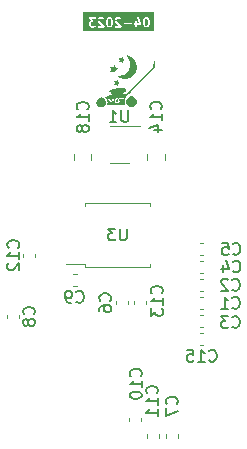
<source format=gbo>
%TF.GenerationSoftware,KiCad,Pcbnew,7.0.2-6a45011f42~172~ubuntu22.04.1*%
%TF.CreationDate,2023-05-03T21:07:20-04:00*%
%TF.ProjectId,RP2040_DevBoard_v2,52503230-3430-45f4-9465-76426f617264,-*%
%TF.SameCoordinates,Original*%
%TF.FileFunction,Legend,Bot*%
%TF.FilePolarity,Positive*%
%FSLAX46Y46*%
G04 Gerber Fmt 4.6, Leading zero omitted, Abs format (unit mm)*
G04 Created by KiCad (PCBNEW 7.0.2-6a45011f42~172~ubuntu22.04.1) date 2023-05-03 21:07:20*
%MOMM*%
%LPD*%
G01*
G04 APERTURE LIST*
%ADD10C,0.127000*%
%ADD11C,0.150000*%
%ADD12C,0.120000*%
G04 APERTURE END LIST*
D10*
G36*
X167021814Y-90292219D02*
G01*
X167043527Y-90313932D01*
X167072086Y-90371050D01*
X167104786Y-90501846D01*
X167104786Y-90667642D01*
X167072086Y-90798438D01*
X167043525Y-90855560D01*
X167021814Y-90877271D01*
X166971867Y-90902245D01*
X166929276Y-90902245D01*
X166879328Y-90877271D01*
X166857616Y-90855560D01*
X166829055Y-90798437D01*
X166796357Y-90667643D01*
X166796357Y-90501848D01*
X166829056Y-90371050D01*
X166857615Y-90313932D01*
X166879329Y-90292218D01*
X166929277Y-90267245D01*
X166971866Y-90267245D01*
X167021814Y-90292219D01*
G37*
G36*
X170142385Y-90292219D02*
G01*
X170164098Y-90313932D01*
X170192657Y-90371050D01*
X170225357Y-90501846D01*
X170225357Y-90667642D01*
X170192657Y-90798438D01*
X170164096Y-90855560D01*
X170142385Y-90877271D01*
X170092438Y-90902245D01*
X170049847Y-90902245D01*
X169999899Y-90877271D01*
X169978187Y-90855560D01*
X169949626Y-90798437D01*
X169916928Y-90667643D01*
X169916928Y-90501848D01*
X169949627Y-90371050D01*
X169978186Y-90313932D01*
X169999900Y-90292218D01*
X170049848Y-90267245D01*
X170092437Y-90267245D01*
X170142385Y-90292219D01*
G37*
G36*
X170733357Y-91358357D02*
G01*
X164671830Y-91358357D01*
X164671830Y-90646278D01*
X165215630Y-90646278D01*
X165217929Y-90651821D01*
X165217929Y-90817189D01*
X165216295Y-90832323D01*
X165222096Y-90843926D01*
X165225754Y-90856382D01*
X165230289Y-90860311D01*
X165257359Y-90914453D01*
X165259630Y-90924891D01*
X165271990Y-90937251D01*
X165283919Y-90950075D01*
X165285120Y-90950382D01*
X165303472Y-90968734D01*
X165308927Y-90977918D01*
X165324563Y-90985736D01*
X165339933Y-90994128D01*
X165341170Y-90994039D01*
X165395117Y-91021012D01*
X165407927Y-91029245D01*
X165420901Y-91029245D01*
X165433677Y-91031544D01*
X165439220Y-91029245D01*
X165640867Y-91029245D01*
X165656007Y-91030880D01*
X165667615Y-91025075D01*
X165680066Y-91021420D01*
X165683994Y-91016886D01*
X165738136Y-90989816D01*
X165748576Y-90987545D01*
X165760940Y-90975180D01*
X165773759Y-90963256D01*
X165774066Y-90962053D01*
X165804501Y-90931618D01*
X165817811Y-90907241D01*
X165815151Y-90870046D01*
X165792802Y-90840193D01*
X165757863Y-90827162D01*
X165721425Y-90835089D01*
X165679243Y-90877271D01*
X165629296Y-90902245D01*
X165441563Y-90902245D01*
X165391614Y-90877271D01*
X165369901Y-90855558D01*
X165344929Y-90805611D01*
X165344929Y-90654165D01*
X165369903Y-90604216D01*
X165391616Y-90582503D01*
X165441561Y-90557531D01*
X165516949Y-90557531D01*
X165517091Y-90557621D01*
X165535736Y-90557531D01*
X165544560Y-90557531D01*
X165544707Y-90557487D01*
X165554381Y-90557441D01*
X165562230Y-90552342D01*
X165571209Y-90549706D01*
X165577542Y-90542396D01*
X165585654Y-90537128D01*
X165589500Y-90528596D01*
X165595629Y-90521524D01*
X165597005Y-90511950D01*
X165600981Y-90503133D01*
X165599604Y-90493874D01*
X165600936Y-90484612D01*
X165596918Y-90475815D01*
X165595496Y-90466248D01*
X165589332Y-90459203D01*
X165585445Y-90450692D01*
X165577309Y-90445463D01*
X165558399Y-90423852D01*
X165941006Y-90423852D01*
X165946532Y-90440432D01*
X165951468Y-90457240D01*
X165952406Y-90458053D01*
X165982107Y-90547158D01*
X165985344Y-90562034D01*
X165994517Y-90571207D01*
X166001926Y-90581867D01*
X166007470Y-90584160D01*
X166325554Y-90902245D01*
X165998012Y-90902245D01*
X165971363Y-90910070D01*
X165946943Y-90938252D01*
X165941636Y-90975164D01*
X165957127Y-91009084D01*
X165988498Y-91029245D01*
X166462650Y-91029245D01*
X166464789Y-91030413D01*
X166481121Y-91029245D01*
X166487988Y-91029245D01*
X166490198Y-91028595D01*
X166501984Y-91027753D01*
X166507737Y-91023445D01*
X166514637Y-91021420D01*
X166522377Y-91012486D01*
X166531838Y-91005405D01*
X166534349Y-90998670D01*
X166539057Y-90993238D01*
X166540738Y-90981539D01*
X166544869Y-90970466D01*
X166543340Y-90963441D01*
X166544364Y-90956326D01*
X166539453Y-90945574D01*
X166536942Y-90934028D01*
X166531859Y-90928945D01*
X166528873Y-90922406D01*
X166518930Y-90916016D01*
X166275688Y-90672773D01*
X166666731Y-90672773D01*
X166669357Y-90683276D01*
X166669357Y-90684591D01*
X166671568Y-90692121D01*
X166704796Y-90825031D01*
X166704009Y-90832323D01*
X166709229Y-90842764D01*
X166709754Y-90844862D01*
X166713302Y-90850910D01*
X166745072Y-90914451D01*
X166747343Y-90924890D01*
X166759707Y-90937254D01*
X166771633Y-90950075D01*
X166772834Y-90950382D01*
X166791184Y-90968733D01*
X166796640Y-90977918D01*
X166812276Y-90985736D01*
X166827645Y-90994128D01*
X166828883Y-90994039D01*
X166882831Y-91021013D01*
X166895641Y-91029245D01*
X166908615Y-91029245D01*
X166921391Y-91031544D01*
X166926934Y-91029245D01*
X166983438Y-91029245D01*
X166998578Y-91030880D01*
X167010186Y-91025075D01*
X167022637Y-91021420D01*
X167026565Y-91016886D01*
X167080707Y-90989816D01*
X167091147Y-90987545D01*
X167103511Y-90975180D01*
X167116330Y-90963256D01*
X167116637Y-90962053D01*
X167134985Y-90943705D01*
X167144172Y-90938249D01*
X167152003Y-90922586D01*
X167160382Y-90907241D01*
X167160293Y-90906005D01*
X167183738Y-90859116D01*
X167189082Y-90854092D01*
X167191913Y-90842765D01*
X167192880Y-90840833D01*
X167194121Y-90833935D01*
X167227356Y-90700997D01*
X167231786Y-90694105D01*
X167231786Y-90683278D01*
X167232105Y-90682003D01*
X167231786Y-90674154D01*
X167231786Y-90504480D01*
X167234412Y-90496718D01*
X167231786Y-90486214D01*
X167231786Y-90484900D01*
X167229574Y-90477369D01*
X167216195Y-90423852D01*
X167392434Y-90423852D01*
X167397960Y-90440432D01*
X167402896Y-90457240D01*
X167403834Y-90458053D01*
X167433535Y-90547158D01*
X167436772Y-90562034D01*
X167445945Y-90571207D01*
X167453354Y-90581867D01*
X167458898Y-90584160D01*
X167776982Y-90902245D01*
X167449440Y-90902245D01*
X167422791Y-90910070D01*
X167398371Y-90938252D01*
X167393064Y-90975164D01*
X167408555Y-91009084D01*
X167439926Y-91029245D01*
X167914078Y-91029245D01*
X167916217Y-91030413D01*
X167932549Y-91029245D01*
X167939416Y-91029245D01*
X167941626Y-91028595D01*
X167953412Y-91027753D01*
X167959165Y-91023445D01*
X167966065Y-91021420D01*
X167973805Y-91012486D01*
X167983266Y-91005405D01*
X167985777Y-90998670D01*
X167990485Y-90993238D01*
X167992166Y-90981539D01*
X167996297Y-90970466D01*
X167994768Y-90963441D01*
X167995792Y-90956326D01*
X167990881Y-90945574D01*
X167988370Y-90934028D01*
X167983287Y-90928945D01*
X167980301Y-90922406D01*
X167970358Y-90916016D01*
X167739222Y-90684879D01*
X168155065Y-90684879D01*
X168170556Y-90718799D01*
X168201927Y-90738960D01*
X168810274Y-90738960D01*
X168836923Y-90731135D01*
X168845563Y-90721164D01*
X169025921Y-90721164D01*
X169041412Y-90755084D01*
X169072783Y-90775245D01*
X169136786Y-90775245D01*
X169136786Y-90974876D01*
X169144611Y-91001525D01*
X169172793Y-91025945D01*
X169209705Y-91031252D01*
X169243625Y-91015761D01*
X169263786Y-90984390D01*
X169263786Y-90775245D01*
X169550526Y-90775245D01*
X169556098Y-90777550D01*
X169568840Y-90775245D01*
X169572274Y-90775245D01*
X169577783Y-90773627D01*
X169592794Y-90770912D01*
X169595445Y-90768441D01*
X169598923Y-90767420D01*
X169608916Y-90755887D01*
X169620074Y-90745489D01*
X169620968Y-90741978D01*
X169623343Y-90739238D01*
X169625514Y-90724132D01*
X169629280Y-90709353D01*
X169628133Y-90705914D01*
X169628650Y-90702326D01*
X169622310Y-90688445D01*
X169617086Y-90672773D01*
X169787302Y-90672773D01*
X169789928Y-90683276D01*
X169789928Y-90684591D01*
X169792139Y-90692121D01*
X169825367Y-90825031D01*
X169824580Y-90832323D01*
X169829800Y-90842764D01*
X169830325Y-90844862D01*
X169833873Y-90850910D01*
X169865643Y-90914451D01*
X169867914Y-90924890D01*
X169880278Y-90937254D01*
X169892204Y-90950075D01*
X169893405Y-90950382D01*
X169911755Y-90968733D01*
X169917211Y-90977918D01*
X169932847Y-90985736D01*
X169948216Y-90994128D01*
X169949454Y-90994039D01*
X170003402Y-91021013D01*
X170016212Y-91029245D01*
X170029186Y-91029245D01*
X170041962Y-91031544D01*
X170047505Y-91029245D01*
X170104009Y-91029245D01*
X170119149Y-91030880D01*
X170130757Y-91025075D01*
X170143208Y-91021420D01*
X170147136Y-91016886D01*
X170201278Y-90989816D01*
X170211718Y-90987545D01*
X170224082Y-90975180D01*
X170236901Y-90963256D01*
X170237208Y-90962053D01*
X170255556Y-90943705D01*
X170264743Y-90938249D01*
X170272574Y-90922586D01*
X170280953Y-90907241D01*
X170280864Y-90906005D01*
X170304309Y-90859116D01*
X170309653Y-90854092D01*
X170312484Y-90842765D01*
X170313451Y-90840833D01*
X170314692Y-90833935D01*
X170347927Y-90700997D01*
X170352357Y-90694105D01*
X170352357Y-90683278D01*
X170352676Y-90682003D01*
X170352357Y-90674154D01*
X170352357Y-90504480D01*
X170354983Y-90496718D01*
X170352357Y-90486214D01*
X170352357Y-90484900D01*
X170350145Y-90477369D01*
X170316917Y-90344459D01*
X170317705Y-90337166D01*
X170312483Y-90326723D01*
X170311960Y-90324629D01*
X170308414Y-90318585D01*
X170276641Y-90255039D01*
X170274370Y-90244600D01*
X170262000Y-90232230D01*
X170250081Y-90219416D01*
X170248879Y-90219108D01*
X170230531Y-90200761D01*
X170225075Y-90191573D01*
X170209415Y-90183743D01*
X170194069Y-90175363D01*
X170192831Y-90175451D01*
X170138879Y-90148475D01*
X170126073Y-90140245D01*
X170113100Y-90140245D01*
X170100324Y-90137946D01*
X170094781Y-90140245D01*
X170038270Y-90140245D01*
X170023136Y-90138611D01*
X170011532Y-90144412D01*
X169999077Y-90148070D01*
X169995147Y-90152605D01*
X169941006Y-90179674D01*
X169930567Y-90181946D01*
X169918202Y-90194310D01*
X169905384Y-90206235D01*
X169905076Y-90207437D01*
X169886728Y-90225786D01*
X169877542Y-90231242D01*
X169869713Y-90246898D01*
X169861331Y-90262250D01*
X169861419Y-90263486D01*
X169837975Y-90310375D01*
X169832632Y-90315399D01*
X169829800Y-90326723D01*
X169828834Y-90328657D01*
X169827592Y-90335558D01*
X169794357Y-90468493D01*
X169789928Y-90475386D01*
X169789928Y-90486212D01*
X169789609Y-90487488D01*
X169789928Y-90495336D01*
X169789928Y-90665010D01*
X169787302Y-90672773D01*
X169617086Y-90672773D01*
X169439068Y-90138717D01*
X169423217Y-90115910D01*
X169388759Y-90101655D01*
X169352063Y-90108293D01*
X169324783Y-90133716D01*
X169315577Y-90169852D01*
X169475041Y-90648245D01*
X169263786Y-90648245D01*
X169263786Y-90448614D01*
X169255961Y-90421965D01*
X169227779Y-90397545D01*
X169190867Y-90392238D01*
X169156947Y-90407729D01*
X169136786Y-90439100D01*
X169136786Y-90648245D01*
X169082297Y-90648245D01*
X169055648Y-90656070D01*
X169031228Y-90684252D01*
X169025921Y-90721164D01*
X168845563Y-90721164D01*
X168861343Y-90702953D01*
X168866650Y-90666041D01*
X168851159Y-90632121D01*
X168819788Y-90611960D01*
X168211441Y-90611960D01*
X168184792Y-90619785D01*
X168160372Y-90647967D01*
X168155065Y-90684879D01*
X167739222Y-90684879D01*
X167550357Y-90496014D01*
X167522071Y-90411154D01*
X167522071Y-90363878D01*
X167547043Y-90313932D01*
X167568759Y-90292217D01*
X167618703Y-90267245D01*
X167770152Y-90267245D01*
X167820098Y-90292217D01*
X167855555Y-90327675D01*
X167879932Y-90340985D01*
X167917127Y-90338325D01*
X167946981Y-90315977D01*
X167960012Y-90281038D01*
X167952085Y-90244600D01*
X167908244Y-90200758D01*
X167902789Y-90191573D01*
X167887136Y-90183746D01*
X167871782Y-90175363D01*
X167870546Y-90175451D01*
X167816594Y-90148475D01*
X167803788Y-90140245D01*
X167790815Y-90140245D01*
X167778039Y-90137946D01*
X167772496Y-90140245D01*
X167607130Y-90140245D01*
X167591992Y-90138611D01*
X167580388Y-90144413D01*
X167567934Y-90148070D01*
X167564004Y-90152605D01*
X167509866Y-90179674D01*
X167499426Y-90181946D01*
X167487056Y-90194315D01*
X167474242Y-90206235D01*
X167473934Y-90207436D01*
X167455584Y-90225786D01*
X167446399Y-90231242D01*
X167438572Y-90246894D01*
X167430189Y-90262249D01*
X167430277Y-90263484D01*
X167403301Y-90317436D01*
X167395071Y-90330243D01*
X167395071Y-90343216D01*
X167392772Y-90355992D01*
X167395071Y-90361535D01*
X167395071Y-90413499D01*
X167392434Y-90423852D01*
X167216195Y-90423852D01*
X167196346Y-90344459D01*
X167197134Y-90337166D01*
X167191912Y-90326723D01*
X167191389Y-90324629D01*
X167187843Y-90318585D01*
X167156070Y-90255039D01*
X167153799Y-90244600D01*
X167141429Y-90232230D01*
X167129510Y-90219416D01*
X167128308Y-90219108D01*
X167109960Y-90200761D01*
X167104504Y-90191573D01*
X167088844Y-90183743D01*
X167073498Y-90175363D01*
X167072260Y-90175451D01*
X167018308Y-90148475D01*
X167005502Y-90140245D01*
X166992529Y-90140245D01*
X166979753Y-90137946D01*
X166974210Y-90140245D01*
X166917699Y-90140245D01*
X166902565Y-90138611D01*
X166890961Y-90144412D01*
X166878506Y-90148070D01*
X166874576Y-90152605D01*
X166820435Y-90179674D01*
X166809996Y-90181946D01*
X166797631Y-90194310D01*
X166784813Y-90206235D01*
X166784505Y-90207437D01*
X166766157Y-90225786D01*
X166756971Y-90231242D01*
X166749142Y-90246898D01*
X166740760Y-90262250D01*
X166740848Y-90263486D01*
X166717404Y-90310375D01*
X166712061Y-90315399D01*
X166709229Y-90326723D01*
X166708263Y-90328657D01*
X166707021Y-90335558D01*
X166673786Y-90468493D01*
X166669357Y-90475386D01*
X166669357Y-90486212D01*
X166669038Y-90487488D01*
X166669357Y-90495336D01*
X166669357Y-90665010D01*
X166666731Y-90672773D01*
X166275688Y-90672773D01*
X166098929Y-90496014D01*
X166070643Y-90411154D01*
X166070643Y-90363878D01*
X166095615Y-90313932D01*
X166117331Y-90292217D01*
X166167275Y-90267245D01*
X166318724Y-90267245D01*
X166368670Y-90292217D01*
X166404127Y-90327675D01*
X166428504Y-90340985D01*
X166465699Y-90338325D01*
X166495553Y-90315977D01*
X166508584Y-90281038D01*
X166500657Y-90244600D01*
X166456816Y-90200758D01*
X166451361Y-90191573D01*
X166435708Y-90183746D01*
X166420354Y-90175363D01*
X166419118Y-90175451D01*
X166365166Y-90148475D01*
X166352360Y-90140245D01*
X166339387Y-90140245D01*
X166326611Y-90137946D01*
X166321068Y-90140245D01*
X166155702Y-90140245D01*
X166140564Y-90138611D01*
X166128960Y-90144413D01*
X166116506Y-90148070D01*
X166112576Y-90152605D01*
X166058438Y-90179674D01*
X166047998Y-90181946D01*
X166035628Y-90194315D01*
X166022814Y-90206235D01*
X166022506Y-90207436D01*
X166004156Y-90225786D01*
X165994971Y-90231242D01*
X165987144Y-90246894D01*
X165978761Y-90262249D01*
X165978849Y-90263484D01*
X165951873Y-90317436D01*
X165943643Y-90330243D01*
X165943643Y-90343216D01*
X165941344Y-90355992D01*
X165943643Y-90361535D01*
X165943643Y-90413499D01*
X165941006Y-90423852D01*
X165558399Y-90423852D01*
X165421369Y-90267245D01*
X165762274Y-90267245D01*
X165788923Y-90259420D01*
X165813343Y-90231238D01*
X165818650Y-90194326D01*
X165803159Y-90160406D01*
X165771788Y-90140245D01*
X165299907Y-90140245D01*
X165299767Y-90140156D01*
X165281330Y-90140245D01*
X165272298Y-90140245D01*
X165272147Y-90140289D01*
X165262478Y-90140336D01*
X165254630Y-90145432D01*
X165245649Y-90148070D01*
X165239314Y-90155380D01*
X165231204Y-90160648D01*
X165227357Y-90169179D01*
X165221229Y-90176252D01*
X165219852Y-90185825D01*
X165215877Y-90194643D01*
X165217253Y-90203900D01*
X165215922Y-90213164D01*
X165219940Y-90221962D01*
X165221363Y-90231528D01*
X165227524Y-90238570D01*
X165231413Y-90247084D01*
X165239550Y-90252313D01*
X165399976Y-90435659D01*
X165390792Y-90438356D01*
X165386862Y-90442891D01*
X165332723Y-90469960D01*
X165322284Y-90472232D01*
X165309914Y-90484601D01*
X165297100Y-90496521D01*
X165296792Y-90497722D01*
X165278445Y-90516070D01*
X165269257Y-90521527D01*
X165261427Y-90537186D01*
X165253047Y-90552533D01*
X165253135Y-90553770D01*
X165226159Y-90607722D01*
X165217929Y-90620529D01*
X165217929Y-90633502D01*
X165215630Y-90646278D01*
X164671830Y-90646278D01*
X164671830Y-89680143D01*
X170733357Y-89680143D01*
X170733357Y-91358357D01*
G37*
D11*
%TO.C,C10*%
X169582180Y-120540542D02*
X169629800Y-120492923D01*
X169629800Y-120492923D02*
X169677419Y-120350066D01*
X169677419Y-120350066D02*
X169677419Y-120254828D01*
X169677419Y-120254828D02*
X169629800Y-120111971D01*
X169629800Y-120111971D02*
X169534561Y-120016733D01*
X169534561Y-120016733D02*
X169439323Y-119969114D01*
X169439323Y-119969114D02*
X169248847Y-119921495D01*
X169248847Y-119921495D02*
X169105990Y-119921495D01*
X169105990Y-119921495D02*
X168915514Y-119969114D01*
X168915514Y-119969114D02*
X168820276Y-120016733D01*
X168820276Y-120016733D02*
X168725038Y-120111971D01*
X168725038Y-120111971D02*
X168677419Y-120254828D01*
X168677419Y-120254828D02*
X168677419Y-120350066D01*
X168677419Y-120350066D02*
X168725038Y-120492923D01*
X168725038Y-120492923D02*
X168772657Y-120540542D01*
X169677419Y-121492923D02*
X169677419Y-120921495D01*
X169677419Y-121207209D02*
X168677419Y-121207209D01*
X168677419Y-121207209D02*
X168820276Y-121111971D01*
X168820276Y-121111971D02*
X168915514Y-121016733D01*
X168915514Y-121016733D02*
X168963133Y-120921495D01*
X168677419Y-122111971D02*
X168677419Y-122207209D01*
X168677419Y-122207209D02*
X168725038Y-122302447D01*
X168725038Y-122302447D02*
X168772657Y-122350066D01*
X168772657Y-122350066D02*
X168867895Y-122397685D01*
X168867895Y-122397685D02*
X169058371Y-122445304D01*
X169058371Y-122445304D02*
X169296466Y-122445304D01*
X169296466Y-122445304D02*
X169486942Y-122397685D01*
X169486942Y-122397685D02*
X169582180Y-122350066D01*
X169582180Y-122350066D02*
X169629800Y-122302447D01*
X169629800Y-122302447D02*
X169677419Y-122207209D01*
X169677419Y-122207209D02*
X169677419Y-122111971D01*
X169677419Y-122111971D02*
X169629800Y-122016733D01*
X169629800Y-122016733D02*
X169582180Y-121969114D01*
X169582180Y-121969114D02*
X169486942Y-121921495D01*
X169486942Y-121921495D02*
X169296466Y-121873876D01*
X169296466Y-121873876D02*
X169058371Y-121873876D01*
X169058371Y-121873876D02*
X168867895Y-121921495D01*
X168867895Y-121921495D02*
X168772657Y-121969114D01*
X168772657Y-121969114D02*
X168725038Y-122016733D01*
X168725038Y-122016733D02*
X168677419Y-122111971D01*
%TO.C,C8*%
X160547380Y-115326033D02*
X160595000Y-115278414D01*
X160595000Y-115278414D02*
X160642619Y-115135557D01*
X160642619Y-115135557D02*
X160642619Y-115040319D01*
X160642619Y-115040319D02*
X160595000Y-114897462D01*
X160595000Y-114897462D02*
X160499761Y-114802224D01*
X160499761Y-114802224D02*
X160404523Y-114754605D01*
X160404523Y-114754605D02*
X160214047Y-114706986D01*
X160214047Y-114706986D02*
X160071190Y-114706986D01*
X160071190Y-114706986D02*
X159880714Y-114754605D01*
X159880714Y-114754605D02*
X159785476Y-114802224D01*
X159785476Y-114802224D02*
X159690238Y-114897462D01*
X159690238Y-114897462D02*
X159642619Y-115040319D01*
X159642619Y-115040319D02*
X159642619Y-115135557D01*
X159642619Y-115135557D02*
X159690238Y-115278414D01*
X159690238Y-115278414D02*
X159737857Y-115326033D01*
X160071190Y-115897462D02*
X160023571Y-115802224D01*
X160023571Y-115802224D02*
X159975952Y-115754605D01*
X159975952Y-115754605D02*
X159880714Y-115706986D01*
X159880714Y-115706986D02*
X159833095Y-115706986D01*
X159833095Y-115706986D02*
X159737857Y-115754605D01*
X159737857Y-115754605D02*
X159690238Y-115802224D01*
X159690238Y-115802224D02*
X159642619Y-115897462D01*
X159642619Y-115897462D02*
X159642619Y-116087938D01*
X159642619Y-116087938D02*
X159690238Y-116183176D01*
X159690238Y-116183176D02*
X159737857Y-116230795D01*
X159737857Y-116230795D02*
X159833095Y-116278414D01*
X159833095Y-116278414D02*
X159880714Y-116278414D01*
X159880714Y-116278414D02*
X159975952Y-116230795D01*
X159975952Y-116230795D02*
X160023571Y-116183176D01*
X160023571Y-116183176D02*
X160071190Y-116087938D01*
X160071190Y-116087938D02*
X160071190Y-115897462D01*
X160071190Y-115897462D02*
X160118809Y-115802224D01*
X160118809Y-115802224D02*
X160166428Y-115754605D01*
X160166428Y-115754605D02*
X160261666Y-115706986D01*
X160261666Y-115706986D02*
X160452142Y-115706986D01*
X160452142Y-115706986D02*
X160547380Y-115754605D01*
X160547380Y-115754605D02*
X160595000Y-115802224D01*
X160595000Y-115802224D02*
X160642619Y-115897462D01*
X160642619Y-115897462D02*
X160642619Y-116087938D01*
X160642619Y-116087938D02*
X160595000Y-116183176D01*
X160595000Y-116183176D02*
X160547380Y-116230795D01*
X160547380Y-116230795D02*
X160452142Y-116278414D01*
X160452142Y-116278414D02*
X160261666Y-116278414D01*
X160261666Y-116278414D02*
X160166428Y-116230795D01*
X160166428Y-116230795D02*
X160118809Y-116183176D01*
X160118809Y-116183176D02*
X160071190Y-116087938D01*
%TO.C,C13*%
X171360180Y-113530142D02*
X171407800Y-113482523D01*
X171407800Y-113482523D02*
X171455419Y-113339666D01*
X171455419Y-113339666D02*
X171455419Y-113244428D01*
X171455419Y-113244428D02*
X171407800Y-113101571D01*
X171407800Y-113101571D02*
X171312561Y-113006333D01*
X171312561Y-113006333D02*
X171217323Y-112958714D01*
X171217323Y-112958714D02*
X171026847Y-112911095D01*
X171026847Y-112911095D02*
X170883990Y-112911095D01*
X170883990Y-112911095D02*
X170693514Y-112958714D01*
X170693514Y-112958714D02*
X170598276Y-113006333D01*
X170598276Y-113006333D02*
X170503038Y-113101571D01*
X170503038Y-113101571D02*
X170455419Y-113244428D01*
X170455419Y-113244428D02*
X170455419Y-113339666D01*
X170455419Y-113339666D02*
X170503038Y-113482523D01*
X170503038Y-113482523D02*
X170550657Y-113530142D01*
X171455419Y-114482523D02*
X171455419Y-113911095D01*
X171455419Y-114196809D02*
X170455419Y-114196809D01*
X170455419Y-114196809D02*
X170598276Y-114101571D01*
X170598276Y-114101571D02*
X170693514Y-114006333D01*
X170693514Y-114006333D02*
X170741133Y-113911095D01*
X170455419Y-114815857D02*
X170455419Y-115434904D01*
X170455419Y-115434904D02*
X170836371Y-115101571D01*
X170836371Y-115101571D02*
X170836371Y-115244428D01*
X170836371Y-115244428D02*
X170883990Y-115339666D01*
X170883990Y-115339666D02*
X170931609Y-115387285D01*
X170931609Y-115387285D02*
X171026847Y-115434904D01*
X171026847Y-115434904D02*
X171264942Y-115434904D01*
X171264942Y-115434904D02*
X171360180Y-115387285D01*
X171360180Y-115387285D02*
X171407800Y-115339666D01*
X171407800Y-115339666D02*
X171455419Y-115244428D01*
X171455419Y-115244428D02*
X171455419Y-114958714D01*
X171455419Y-114958714D02*
X171407800Y-114863476D01*
X171407800Y-114863476D02*
X171360180Y-114815857D01*
%TO.C,C3*%
X177357066Y-116369180D02*
X177404685Y-116416800D01*
X177404685Y-116416800D02*
X177547542Y-116464419D01*
X177547542Y-116464419D02*
X177642780Y-116464419D01*
X177642780Y-116464419D02*
X177785637Y-116416800D01*
X177785637Y-116416800D02*
X177880875Y-116321561D01*
X177880875Y-116321561D02*
X177928494Y-116226323D01*
X177928494Y-116226323D02*
X177976113Y-116035847D01*
X177976113Y-116035847D02*
X177976113Y-115892990D01*
X177976113Y-115892990D02*
X177928494Y-115702514D01*
X177928494Y-115702514D02*
X177880875Y-115607276D01*
X177880875Y-115607276D02*
X177785637Y-115512038D01*
X177785637Y-115512038D02*
X177642780Y-115464419D01*
X177642780Y-115464419D02*
X177547542Y-115464419D01*
X177547542Y-115464419D02*
X177404685Y-115512038D01*
X177404685Y-115512038D02*
X177357066Y-115559657D01*
X177023732Y-115464419D02*
X176404685Y-115464419D01*
X176404685Y-115464419D02*
X176738018Y-115845371D01*
X176738018Y-115845371D02*
X176595161Y-115845371D01*
X176595161Y-115845371D02*
X176499923Y-115892990D01*
X176499923Y-115892990D02*
X176452304Y-115940609D01*
X176452304Y-115940609D02*
X176404685Y-116035847D01*
X176404685Y-116035847D02*
X176404685Y-116273942D01*
X176404685Y-116273942D02*
X176452304Y-116369180D01*
X176452304Y-116369180D02*
X176499923Y-116416800D01*
X176499923Y-116416800D02*
X176595161Y-116464419D01*
X176595161Y-116464419D02*
X176880875Y-116464419D01*
X176880875Y-116464419D02*
X176976113Y-116416800D01*
X176976113Y-116416800D02*
X177023732Y-116369180D01*
%TO.C,C11*%
X170953780Y-122013742D02*
X171001400Y-121966123D01*
X171001400Y-121966123D02*
X171049019Y-121823266D01*
X171049019Y-121823266D02*
X171049019Y-121728028D01*
X171049019Y-121728028D02*
X171001400Y-121585171D01*
X171001400Y-121585171D02*
X170906161Y-121489933D01*
X170906161Y-121489933D02*
X170810923Y-121442314D01*
X170810923Y-121442314D02*
X170620447Y-121394695D01*
X170620447Y-121394695D02*
X170477590Y-121394695D01*
X170477590Y-121394695D02*
X170287114Y-121442314D01*
X170287114Y-121442314D02*
X170191876Y-121489933D01*
X170191876Y-121489933D02*
X170096638Y-121585171D01*
X170096638Y-121585171D02*
X170049019Y-121728028D01*
X170049019Y-121728028D02*
X170049019Y-121823266D01*
X170049019Y-121823266D02*
X170096638Y-121966123D01*
X170096638Y-121966123D02*
X170144257Y-122013742D01*
X171049019Y-122966123D02*
X171049019Y-122394695D01*
X171049019Y-122680409D02*
X170049019Y-122680409D01*
X170049019Y-122680409D02*
X170191876Y-122585171D01*
X170191876Y-122585171D02*
X170287114Y-122489933D01*
X170287114Y-122489933D02*
X170334733Y-122394695D01*
X171049019Y-123918504D02*
X171049019Y-123347076D01*
X171049019Y-123632790D02*
X170049019Y-123632790D01*
X170049019Y-123632790D02*
X170191876Y-123537552D01*
X170191876Y-123537552D02*
X170287114Y-123442314D01*
X170287114Y-123442314D02*
X170334733Y-123347076D01*
%TO.C,C2*%
X177357066Y-113220680D02*
X177404685Y-113268300D01*
X177404685Y-113268300D02*
X177547542Y-113315919D01*
X177547542Y-113315919D02*
X177642780Y-113315919D01*
X177642780Y-113315919D02*
X177785637Y-113268300D01*
X177785637Y-113268300D02*
X177880875Y-113173061D01*
X177880875Y-113173061D02*
X177928494Y-113077823D01*
X177928494Y-113077823D02*
X177976113Y-112887347D01*
X177976113Y-112887347D02*
X177976113Y-112744490D01*
X177976113Y-112744490D02*
X177928494Y-112554014D01*
X177928494Y-112554014D02*
X177880875Y-112458776D01*
X177880875Y-112458776D02*
X177785637Y-112363538D01*
X177785637Y-112363538D02*
X177642780Y-112315919D01*
X177642780Y-112315919D02*
X177547542Y-112315919D01*
X177547542Y-112315919D02*
X177404685Y-112363538D01*
X177404685Y-112363538D02*
X177357066Y-112411157D01*
X176976113Y-112411157D02*
X176928494Y-112363538D01*
X176928494Y-112363538D02*
X176833256Y-112315919D01*
X176833256Y-112315919D02*
X176595161Y-112315919D01*
X176595161Y-112315919D02*
X176499923Y-112363538D01*
X176499923Y-112363538D02*
X176452304Y-112411157D01*
X176452304Y-112411157D02*
X176404685Y-112506395D01*
X176404685Y-112506395D02*
X176404685Y-112601633D01*
X176404685Y-112601633D02*
X176452304Y-112744490D01*
X176452304Y-112744490D02*
X177023732Y-113315919D01*
X177023732Y-113315919D02*
X176404685Y-113315919D01*
%TO.C,C9*%
X164149066Y-114235580D02*
X164196685Y-114283200D01*
X164196685Y-114283200D02*
X164339542Y-114330819D01*
X164339542Y-114330819D02*
X164434780Y-114330819D01*
X164434780Y-114330819D02*
X164577637Y-114283200D01*
X164577637Y-114283200D02*
X164672875Y-114187961D01*
X164672875Y-114187961D02*
X164720494Y-114092723D01*
X164720494Y-114092723D02*
X164768113Y-113902247D01*
X164768113Y-113902247D02*
X164768113Y-113759390D01*
X164768113Y-113759390D02*
X164720494Y-113568914D01*
X164720494Y-113568914D02*
X164672875Y-113473676D01*
X164672875Y-113473676D02*
X164577637Y-113378438D01*
X164577637Y-113378438D02*
X164434780Y-113330819D01*
X164434780Y-113330819D02*
X164339542Y-113330819D01*
X164339542Y-113330819D02*
X164196685Y-113378438D01*
X164196685Y-113378438D02*
X164149066Y-113426057D01*
X163672875Y-114330819D02*
X163482399Y-114330819D01*
X163482399Y-114330819D02*
X163387161Y-114283200D01*
X163387161Y-114283200D02*
X163339542Y-114235580D01*
X163339542Y-114235580D02*
X163244304Y-114092723D01*
X163244304Y-114092723D02*
X163196685Y-113902247D01*
X163196685Y-113902247D02*
X163196685Y-113521295D01*
X163196685Y-113521295D02*
X163244304Y-113426057D01*
X163244304Y-113426057D02*
X163291923Y-113378438D01*
X163291923Y-113378438D02*
X163387161Y-113330819D01*
X163387161Y-113330819D02*
X163577637Y-113330819D01*
X163577637Y-113330819D02*
X163672875Y-113378438D01*
X163672875Y-113378438D02*
X163720494Y-113426057D01*
X163720494Y-113426057D02*
X163768113Y-113521295D01*
X163768113Y-113521295D02*
X163768113Y-113759390D01*
X163768113Y-113759390D02*
X163720494Y-113854628D01*
X163720494Y-113854628D02*
X163672875Y-113902247D01*
X163672875Y-113902247D02*
X163577637Y-113949866D01*
X163577637Y-113949866D02*
X163387161Y-113949866D01*
X163387161Y-113949866D02*
X163291923Y-113902247D01*
X163291923Y-113902247D02*
X163244304Y-113854628D01*
X163244304Y-113854628D02*
X163196685Y-113759390D01*
%TO.C,C14*%
X171283980Y-97930642D02*
X171331600Y-97883023D01*
X171331600Y-97883023D02*
X171379219Y-97740166D01*
X171379219Y-97740166D02*
X171379219Y-97644928D01*
X171379219Y-97644928D02*
X171331600Y-97502071D01*
X171331600Y-97502071D02*
X171236361Y-97406833D01*
X171236361Y-97406833D02*
X171141123Y-97359214D01*
X171141123Y-97359214D02*
X170950647Y-97311595D01*
X170950647Y-97311595D02*
X170807790Y-97311595D01*
X170807790Y-97311595D02*
X170617314Y-97359214D01*
X170617314Y-97359214D02*
X170522076Y-97406833D01*
X170522076Y-97406833D02*
X170426838Y-97502071D01*
X170426838Y-97502071D02*
X170379219Y-97644928D01*
X170379219Y-97644928D02*
X170379219Y-97740166D01*
X170379219Y-97740166D02*
X170426838Y-97883023D01*
X170426838Y-97883023D02*
X170474457Y-97930642D01*
X171379219Y-98883023D02*
X171379219Y-98311595D01*
X171379219Y-98597309D02*
X170379219Y-98597309D01*
X170379219Y-98597309D02*
X170522076Y-98502071D01*
X170522076Y-98502071D02*
X170617314Y-98406833D01*
X170617314Y-98406833D02*
X170664933Y-98311595D01*
X170712552Y-99740166D02*
X171379219Y-99740166D01*
X170331600Y-99502071D02*
X171045885Y-99263976D01*
X171045885Y-99263976D02*
X171045885Y-99883023D01*
%TO.C,C7*%
X172630180Y-122896333D02*
X172677800Y-122848714D01*
X172677800Y-122848714D02*
X172725419Y-122705857D01*
X172725419Y-122705857D02*
X172725419Y-122610619D01*
X172725419Y-122610619D02*
X172677800Y-122467762D01*
X172677800Y-122467762D02*
X172582561Y-122372524D01*
X172582561Y-122372524D02*
X172487323Y-122324905D01*
X172487323Y-122324905D02*
X172296847Y-122277286D01*
X172296847Y-122277286D02*
X172153990Y-122277286D01*
X172153990Y-122277286D02*
X171963514Y-122324905D01*
X171963514Y-122324905D02*
X171868276Y-122372524D01*
X171868276Y-122372524D02*
X171773038Y-122467762D01*
X171773038Y-122467762D02*
X171725419Y-122610619D01*
X171725419Y-122610619D02*
X171725419Y-122705857D01*
X171725419Y-122705857D02*
X171773038Y-122848714D01*
X171773038Y-122848714D02*
X171820657Y-122896333D01*
X171725419Y-123229667D02*
X171725419Y-123896333D01*
X171725419Y-123896333D02*
X172725419Y-123467762D01*
%TO.C,C15*%
X175394857Y-119221580D02*
X175442476Y-119269200D01*
X175442476Y-119269200D02*
X175585333Y-119316819D01*
X175585333Y-119316819D02*
X175680571Y-119316819D01*
X175680571Y-119316819D02*
X175823428Y-119269200D01*
X175823428Y-119269200D02*
X175918666Y-119173961D01*
X175918666Y-119173961D02*
X175966285Y-119078723D01*
X175966285Y-119078723D02*
X176013904Y-118888247D01*
X176013904Y-118888247D02*
X176013904Y-118745390D01*
X176013904Y-118745390D02*
X175966285Y-118554914D01*
X175966285Y-118554914D02*
X175918666Y-118459676D01*
X175918666Y-118459676D02*
X175823428Y-118364438D01*
X175823428Y-118364438D02*
X175680571Y-118316819D01*
X175680571Y-118316819D02*
X175585333Y-118316819D01*
X175585333Y-118316819D02*
X175442476Y-118364438D01*
X175442476Y-118364438D02*
X175394857Y-118412057D01*
X174442476Y-119316819D02*
X175013904Y-119316819D01*
X174728190Y-119316819D02*
X174728190Y-118316819D01*
X174728190Y-118316819D02*
X174823428Y-118459676D01*
X174823428Y-118459676D02*
X174918666Y-118554914D01*
X174918666Y-118554914D02*
X175013904Y-118602533D01*
X173537714Y-118316819D02*
X174013904Y-118316819D01*
X174013904Y-118316819D02*
X174061523Y-118793009D01*
X174061523Y-118793009D02*
X174013904Y-118745390D01*
X174013904Y-118745390D02*
X173918666Y-118697771D01*
X173918666Y-118697771D02*
X173680571Y-118697771D01*
X173680571Y-118697771D02*
X173585333Y-118745390D01*
X173585333Y-118745390D02*
X173537714Y-118793009D01*
X173537714Y-118793009D02*
X173490095Y-118888247D01*
X173490095Y-118888247D02*
X173490095Y-119126342D01*
X173490095Y-119126342D02*
X173537714Y-119221580D01*
X173537714Y-119221580D02*
X173585333Y-119269200D01*
X173585333Y-119269200D02*
X173680571Y-119316819D01*
X173680571Y-119316819D02*
X173918666Y-119316819D01*
X173918666Y-119316819D02*
X174013904Y-119269200D01*
X174013904Y-119269200D02*
X174061523Y-119221580D01*
%TO.C,U1*%
X168534404Y-98027619D02*
X168534404Y-98837142D01*
X168534404Y-98837142D02*
X168486785Y-98932380D01*
X168486785Y-98932380D02*
X168439166Y-98980000D01*
X168439166Y-98980000D02*
X168343928Y-99027619D01*
X168343928Y-99027619D02*
X168153452Y-99027619D01*
X168153452Y-99027619D02*
X168058214Y-98980000D01*
X168058214Y-98980000D02*
X168010595Y-98932380D01*
X168010595Y-98932380D02*
X167962976Y-98837142D01*
X167962976Y-98837142D02*
X167962976Y-98027619D01*
X166962976Y-99027619D02*
X167534404Y-99027619D01*
X167248690Y-99027619D02*
X167248690Y-98027619D01*
X167248690Y-98027619D02*
X167343928Y-98170476D01*
X167343928Y-98170476D02*
X167439166Y-98265714D01*
X167439166Y-98265714D02*
X167534404Y-98313333D01*
%TO.C,C18*%
X165086380Y-97956042D02*
X165134000Y-97908423D01*
X165134000Y-97908423D02*
X165181619Y-97765566D01*
X165181619Y-97765566D02*
X165181619Y-97670328D01*
X165181619Y-97670328D02*
X165134000Y-97527471D01*
X165134000Y-97527471D02*
X165038761Y-97432233D01*
X165038761Y-97432233D02*
X164943523Y-97384614D01*
X164943523Y-97384614D02*
X164753047Y-97336995D01*
X164753047Y-97336995D02*
X164610190Y-97336995D01*
X164610190Y-97336995D02*
X164419714Y-97384614D01*
X164419714Y-97384614D02*
X164324476Y-97432233D01*
X164324476Y-97432233D02*
X164229238Y-97527471D01*
X164229238Y-97527471D02*
X164181619Y-97670328D01*
X164181619Y-97670328D02*
X164181619Y-97765566D01*
X164181619Y-97765566D02*
X164229238Y-97908423D01*
X164229238Y-97908423D02*
X164276857Y-97956042D01*
X165181619Y-98908423D02*
X165181619Y-98336995D01*
X165181619Y-98622709D02*
X164181619Y-98622709D01*
X164181619Y-98622709D02*
X164324476Y-98527471D01*
X164324476Y-98527471D02*
X164419714Y-98432233D01*
X164419714Y-98432233D02*
X164467333Y-98336995D01*
X164610190Y-99479852D02*
X164562571Y-99384614D01*
X164562571Y-99384614D02*
X164514952Y-99336995D01*
X164514952Y-99336995D02*
X164419714Y-99289376D01*
X164419714Y-99289376D02*
X164372095Y-99289376D01*
X164372095Y-99289376D02*
X164276857Y-99336995D01*
X164276857Y-99336995D02*
X164229238Y-99384614D01*
X164229238Y-99384614D02*
X164181619Y-99479852D01*
X164181619Y-99479852D02*
X164181619Y-99670328D01*
X164181619Y-99670328D02*
X164229238Y-99765566D01*
X164229238Y-99765566D02*
X164276857Y-99813185D01*
X164276857Y-99813185D02*
X164372095Y-99860804D01*
X164372095Y-99860804D02*
X164419714Y-99860804D01*
X164419714Y-99860804D02*
X164514952Y-99813185D01*
X164514952Y-99813185D02*
X164562571Y-99765566D01*
X164562571Y-99765566D02*
X164610190Y-99670328D01*
X164610190Y-99670328D02*
X164610190Y-99479852D01*
X164610190Y-99479852D02*
X164657809Y-99384614D01*
X164657809Y-99384614D02*
X164705428Y-99336995D01*
X164705428Y-99336995D02*
X164800666Y-99289376D01*
X164800666Y-99289376D02*
X164991142Y-99289376D01*
X164991142Y-99289376D02*
X165086380Y-99336995D01*
X165086380Y-99336995D02*
X165134000Y-99384614D01*
X165134000Y-99384614D02*
X165181619Y-99479852D01*
X165181619Y-99479852D02*
X165181619Y-99670328D01*
X165181619Y-99670328D02*
X165134000Y-99765566D01*
X165134000Y-99765566D02*
X165086380Y-99813185D01*
X165086380Y-99813185D02*
X164991142Y-99860804D01*
X164991142Y-99860804D02*
X164800666Y-99860804D01*
X164800666Y-99860804D02*
X164705428Y-99813185D01*
X164705428Y-99813185D02*
X164657809Y-99765566D01*
X164657809Y-99765566D02*
X164610190Y-99670328D01*
%TO.C,C5*%
X177410066Y-110171580D02*
X177457685Y-110219200D01*
X177457685Y-110219200D02*
X177600542Y-110266819D01*
X177600542Y-110266819D02*
X177695780Y-110266819D01*
X177695780Y-110266819D02*
X177838637Y-110219200D01*
X177838637Y-110219200D02*
X177933875Y-110123961D01*
X177933875Y-110123961D02*
X177981494Y-110028723D01*
X177981494Y-110028723D02*
X178029113Y-109838247D01*
X178029113Y-109838247D02*
X178029113Y-109695390D01*
X178029113Y-109695390D02*
X177981494Y-109504914D01*
X177981494Y-109504914D02*
X177933875Y-109409676D01*
X177933875Y-109409676D02*
X177838637Y-109314438D01*
X177838637Y-109314438D02*
X177695780Y-109266819D01*
X177695780Y-109266819D02*
X177600542Y-109266819D01*
X177600542Y-109266819D02*
X177457685Y-109314438D01*
X177457685Y-109314438D02*
X177410066Y-109362057D01*
X176505304Y-109266819D02*
X176981494Y-109266819D01*
X176981494Y-109266819D02*
X177029113Y-109743009D01*
X177029113Y-109743009D02*
X176981494Y-109695390D01*
X176981494Y-109695390D02*
X176886256Y-109647771D01*
X176886256Y-109647771D02*
X176648161Y-109647771D01*
X176648161Y-109647771D02*
X176552923Y-109695390D01*
X176552923Y-109695390D02*
X176505304Y-109743009D01*
X176505304Y-109743009D02*
X176457685Y-109838247D01*
X176457685Y-109838247D02*
X176457685Y-110076342D01*
X176457685Y-110076342D02*
X176505304Y-110171580D01*
X176505304Y-110171580D02*
X176552923Y-110219200D01*
X176552923Y-110219200D02*
X176648161Y-110266819D01*
X176648161Y-110266819D02*
X176886256Y-110266819D01*
X176886256Y-110266819D02*
X176981494Y-110219200D01*
X176981494Y-110219200D02*
X177029113Y-110171580D01*
%TO.C,U3*%
X168401904Y-108047619D02*
X168401904Y-108857142D01*
X168401904Y-108857142D02*
X168354285Y-108952380D01*
X168354285Y-108952380D02*
X168306666Y-109000000D01*
X168306666Y-109000000D02*
X168211428Y-109047619D01*
X168211428Y-109047619D02*
X168020952Y-109047619D01*
X168020952Y-109047619D02*
X167925714Y-109000000D01*
X167925714Y-109000000D02*
X167878095Y-108952380D01*
X167878095Y-108952380D02*
X167830476Y-108857142D01*
X167830476Y-108857142D02*
X167830476Y-108047619D01*
X167449523Y-108047619D02*
X166830476Y-108047619D01*
X166830476Y-108047619D02*
X167163809Y-108428571D01*
X167163809Y-108428571D02*
X167020952Y-108428571D01*
X167020952Y-108428571D02*
X166925714Y-108476190D01*
X166925714Y-108476190D02*
X166878095Y-108523809D01*
X166878095Y-108523809D02*
X166830476Y-108619047D01*
X166830476Y-108619047D02*
X166830476Y-108857142D01*
X166830476Y-108857142D02*
X166878095Y-108952380D01*
X166878095Y-108952380D02*
X166925714Y-109000000D01*
X166925714Y-109000000D02*
X167020952Y-109047619D01*
X167020952Y-109047619D02*
X167306666Y-109047619D01*
X167306666Y-109047619D02*
X167401904Y-109000000D01*
X167401904Y-109000000D02*
X167449523Y-108952380D01*
%TO.C,C12*%
X159218980Y-109669342D02*
X159266600Y-109621723D01*
X159266600Y-109621723D02*
X159314219Y-109478866D01*
X159314219Y-109478866D02*
X159314219Y-109383628D01*
X159314219Y-109383628D02*
X159266600Y-109240771D01*
X159266600Y-109240771D02*
X159171361Y-109145533D01*
X159171361Y-109145533D02*
X159076123Y-109097914D01*
X159076123Y-109097914D02*
X158885647Y-109050295D01*
X158885647Y-109050295D02*
X158742790Y-109050295D01*
X158742790Y-109050295D02*
X158552314Y-109097914D01*
X158552314Y-109097914D02*
X158457076Y-109145533D01*
X158457076Y-109145533D02*
X158361838Y-109240771D01*
X158361838Y-109240771D02*
X158314219Y-109383628D01*
X158314219Y-109383628D02*
X158314219Y-109478866D01*
X158314219Y-109478866D02*
X158361838Y-109621723D01*
X158361838Y-109621723D02*
X158409457Y-109669342D01*
X159314219Y-110621723D02*
X159314219Y-110050295D01*
X159314219Y-110336009D02*
X158314219Y-110336009D01*
X158314219Y-110336009D02*
X158457076Y-110240771D01*
X158457076Y-110240771D02*
X158552314Y-110145533D01*
X158552314Y-110145533D02*
X158599933Y-110050295D01*
X158409457Y-111002676D02*
X158361838Y-111050295D01*
X158361838Y-111050295D02*
X158314219Y-111145533D01*
X158314219Y-111145533D02*
X158314219Y-111383628D01*
X158314219Y-111383628D02*
X158361838Y-111478866D01*
X158361838Y-111478866D02*
X158409457Y-111526485D01*
X158409457Y-111526485D02*
X158504695Y-111574104D01*
X158504695Y-111574104D02*
X158599933Y-111574104D01*
X158599933Y-111574104D02*
X158742790Y-111526485D01*
X158742790Y-111526485D02*
X159314219Y-110955057D01*
X159314219Y-110955057D02*
X159314219Y-111574104D01*
%TO.C,C1*%
X177357066Y-114743580D02*
X177404685Y-114791200D01*
X177404685Y-114791200D02*
X177547542Y-114838819D01*
X177547542Y-114838819D02*
X177642780Y-114838819D01*
X177642780Y-114838819D02*
X177785637Y-114791200D01*
X177785637Y-114791200D02*
X177880875Y-114695961D01*
X177880875Y-114695961D02*
X177928494Y-114600723D01*
X177928494Y-114600723D02*
X177976113Y-114410247D01*
X177976113Y-114410247D02*
X177976113Y-114267390D01*
X177976113Y-114267390D02*
X177928494Y-114076914D01*
X177928494Y-114076914D02*
X177880875Y-113981676D01*
X177880875Y-113981676D02*
X177785637Y-113886438D01*
X177785637Y-113886438D02*
X177642780Y-113838819D01*
X177642780Y-113838819D02*
X177547542Y-113838819D01*
X177547542Y-113838819D02*
X177404685Y-113886438D01*
X177404685Y-113886438D02*
X177357066Y-113934057D01*
X176404685Y-114838819D02*
X176976113Y-114838819D01*
X176690399Y-114838819D02*
X176690399Y-113838819D01*
X176690399Y-113838819D02*
X176785637Y-113981676D01*
X176785637Y-113981676D02*
X176880875Y-114076914D01*
X176880875Y-114076914D02*
X176976113Y-114124533D01*
%TO.C,C6*%
X166991380Y-114158733D02*
X167039000Y-114111114D01*
X167039000Y-114111114D02*
X167086619Y-113968257D01*
X167086619Y-113968257D02*
X167086619Y-113873019D01*
X167086619Y-113873019D02*
X167039000Y-113730162D01*
X167039000Y-113730162D02*
X166943761Y-113634924D01*
X166943761Y-113634924D02*
X166848523Y-113587305D01*
X166848523Y-113587305D02*
X166658047Y-113539686D01*
X166658047Y-113539686D02*
X166515190Y-113539686D01*
X166515190Y-113539686D02*
X166324714Y-113587305D01*
X166324714Y-113587305D02*
X166229476Y-113634924D01*
X166229476Y-113634924D02*
X166134238Y-113730162D01*
X166134238Y-113730162D02*
X166086619Y-113873019D01*
X166086619Y-113873019D02*
X166086619Y-113968257D01*
X166086619Y-113968257D02*
X166134238Y-114111114D01*
X166134238Y-114111114D02*
X166181857Y-114158733D01*
X166086619Y-115015876D02*
X166086619Y-114825400D01*
X166086619Y-114825400D02*
X166134238Y-114730162D01*
X166134238Y-114730162D02*
X166181857Y-114682543D01*
X166181857Y-114682543D02*
X166324714Y-114587305D01*
X166324714Y-114587305D02*
X166515190Y-114539686D01*
X166515190Y-114539686D02*
X166896142Y-114539686D01*
X166896142Y-114539686D02*
X166991380Y-114587305D01*
X166991380Y-114587305D02*
X167039000Y-114634924D01*
X167039000Y-114634924D02*
X167086619Y-114730162D01*
X167086619Y-114730162D02*
X167086619Y-114920638D01*
X167086619Y-114920638D02*
X167039000Y-115015876D01*
X167039000Y-115015876D02*
X166991380Y-115063495D01*
X166991380Y-115063495D02*
X166896142Y-115111114D01*
X166896142Y-115111114D02*
X166658047Y-115111114D01*
X166658047Y-115111114D02*
X166562809Y-115063495D01*
X166562809Y-115063495D02*
X166515190Y-115015876D01*
X166515190Y-115015876D02*
X166467571Y-114920638D01*
X166467571Y-114920638D02*
X166467571Y-114730162D01*
X166467571Y-114730162D02*
X166515190Y-114634924D01*
X166515190Y-114634924D02*
X166562809Y-114587305D01*
X166562809Y-114587305D02*
X166658047Y-114539686D01*
%TO.C,C4*%
X177408966Y-111674780D02*
X177456585Y-111722400D01*
X177456585Y-111722400D02*
X177599442Y-111770019D01*
X177599442Y-111770019D02*
X177694680Y-111770019D01*
X177694680Y-111770019D02*
X177837537Y-111722400D01*
X177837537Y-111722400D02*
X177932775Y-111627161D01*
X177932775Y-111627161D02*
X177980394Y-111531923D01*
X177980394Y-111531923D02*
X178028013Y-111341447D01*
X178028013Y-111341447D02*
X178028013Y-111198590D01*
X178028013Y-111198590D02*
X177980394Y-111008114D01*
X177980394Y-111008114D02*
X177932775Y-110912876D01*
X177932775Y-110912876D02*
X177837537Y-110817638D01*
X177837537Y-110817638D02*
X177694680Y-110770019D01*
X177694680Y-110770019D02*
X177599442Y-110770019D01*
X177599442Y-110770019D02*
X177456585Y-110817638D01*
X177456585Y-110817638D02*
X177408966Y-110865257D01*
X176551823Y-111103352D02*
X176551823Y-111770019D01*
X176789918Y-110722400D02*
X177028013Y-111436685D01*
X177028013Y-111436685D02*
X176408966Y-111436685D01*
D12*
%TO.C,C10*%
X168603200Y-124378767D02*
X168603200Y-124086233D01*
X169623200Y-124378767D02*
X169623200Y-124086233D01*
%TO.C,C8*%
X158240000Y-115638967D02*
X158240000Y-115346433D01*
X159260000Y-115638967D02*
X159260000Y-115346433D01*
%TO.C,C13*%
X170029600Y-114178033D02*
X170029600Y-114470567D01*
X169009600Y-114178033D02*
X169009600Y-114470567D01*
%TO.C,C3*%
X174606833Y-115390200D02*
X174899367Y-115390200D01*
X174606833Y-116410200D02*
X174899367Y-116410200D01*
%TO.C,C11*%
X170127200Y-125748167D02*
X170127200Y-125455633D01*
X171147200Y-125748167D02*
X171147200Y-125455633D01*
%TO.C,C2*%
X174605733Y-112342200D02*
X174898267Y-112342200D01*
X174605733Y-113362200D02*
X174898267Y-113362200D01*
%TO.C,C9*%
X164179467Y-112955800D02*
X163886933Y-112955800D01*
X164179467Y-111935800D02*
X163886933Y-111935800D01*
%TO.C,G\u002A\u002A\u002A*%
G36*
X167633375Y-97122744D02*
G01*
X167670396Y-97156754D01*
X167697415Y-97208458D01*
X167705021Y-97234932D01*
X167706091Y-97269095D01*
X167690474Y-97301621D01*
X167661601Y-97330376D01*
X167621981Y-97340302D01*
X167581560Y-97327592D01*
X167545855Y-97295721D01*
X167520385Y-97248163D01*
X167510668Y-97188395D01*
X167511116Y-97177161D01*
X167525223Y-97133636D01*
X167554496Y-97110509D01*
X167592644Y-97107104D01*
X167633375Y-97122744D01*
G37*
G36*
X166256280Y-96946239D02*
G01*
X166365423Y-96962715D01*
X166462671Y-97005249D01*
X166544403Y-97070201D01*
X166606999Y-97153931D01*
X166646838Y-97252801D01*
X166660299Y-97363171D01*
X166659462Y-97387576D01*
X166638192Y-97497276D01*
X166589387Y-97593788D01*
X166514447Y-97674976D01*
X166414769Y-97738702D01*
X166333164Y-97765428D01*
X166233249Y-97773270D01*
X166133374Y-97758950D01*
X166044484Y-97722934D01*
X166004683Y-97696750D01*
X165925560Y-97621438D01*
X165870410Y-97532618D01*
X165839748Y-97435087D01*
X165834093Y-97333641D01*
X165853961Y-97233078D01*
X165899870Y-97138193D01*
X165972336Y-97053782D01*
X165986875Y-97041008D01*
X166065905Y-96985911D01*
X166148565Y-96955685D01*
X166245435Y-96946161D01*
X166256280Y-96946239D01*
G37*
G36*
X168896230Y-96834543D02*
G01*
X169010822Y-96873857D01*
X169058003Y-96899031D01*
X169151613Y-96971131D01*
X169219252Y-97060107D01*
X169260407Y-97165161D01*
X169274568Y-97285495D01*
X169272111Y-97343424D01*
X169264247Y-97404512D01*
X169252791Y-97448615D01*
X169220051Y-97514965D01*
X169147134Y-97611817D01*
X169055150Y-97687814D01*
X168948564Y-97738697D01*
X168891017Y-97751244D01*
X168795917Y-97753474D01*
X168697365Y-97738039D01*
X168607548Y-97706104D01*
X168595782Y-97700155D01*
X168499381Y-97633151D01*
X168425631Y-97545992D01*
X168376408Y-97441507D01*
X168353584Y-97322528D01*
X168353079Y-97235972D01*
X168372273Y-97138786D01*
X168416496Y-97051651D01*
X168488586Y-96967101D01*
X168570765Y-96899710D01*
X168674346Y-96847801D01*
X168783452Y-96825968D01*
X168896230Y-96834543D01*
G37*
G36*
X168059960Y-93532355D02*
G01*
X168078633Y-93564545D01*
X168085821Y-93613663D01*
X168086981Y-93640886D01*
X168096817Y-93671613D01*
X168120797Y-93688279D01*
X168120850Y-93688301D01*
X168160382Y-93704233D01*
X168206292Y-93722809D01*
X168211944Y-93725217D01*
X168243811Y-93744179D01*
X168256813Y-93761835D01*
X168249664Y-93773468D01*
X168221434Y-93796606D01*
X168179089Y-93822652D01*
X168101366Y-93864929D01*
X168101366Y-93947903D01*
X168101242Y-93965574D01*
X168098374Y-94006622D01*
X168089875Y-94026006D01*
X168073326Y-94030878D01*
X168062155Y-94028250D01*
X168029457Y-94008890D01*
X167992919Y-93976882D01*
X167961328Y-93947413D01*
X167931070Y-93931293D01*
X167900488Y-93932282D01*
X167871216Y-93941524D01*
X167845656Y-93955207D01*
X167829732Y-93963281D01*
X167795136Y-93968737D01*
X167777773Y-93965998D01*
X167760564Y-93945042D01*
X167765883Y-93904424D01*
X167793744Y-93845318D01*
X167828104Y-93785652D01*
X167784147Y-93722261D01*
X167770354Y-93701460D01*
X167749098Y-93657743D01*
X167752932Y-93631460D01*
X167783149Y-93620336D01*
X167841040Y-93622096D01*
X167878195Y-93625323D01*
X167913537Y-93623722D01*
X167937796Y-93611591D01*
X167962582Y-93585428D01*
X167967628Y-93579528D01*
X167997820Y-93547414D01*
X168020624Y-93527849D01*
X168034140Y-93522804D01*
X168059960Y-93532355D01*
G37*
G36*
X167642514Y-95478688D02*
G01*
X167659572Y-95510921D01*
X167673515Y-95573458D01*
X167676643Y-95589361D01*
X167693442Y-95627663D01*
X167725246Y-95649184D01*
X167728534Y-95650501D01*
X167790690Y-95677001D01*
X167825962Y-95696055D01*
X167837106Y-95709142D01*
X167832328Y-95715571D01*
X167806995Y-95733931D01*
X167767155Y-95756980D01*
X167738370Y-95772855D01*
X167710670Y-95794036D01*
X167699363Y-95819183D01*
X167697204Y-95858846D01*
X167697028Y-95871750D01*
X167693793Y-95917492D01*
X167687769Y-95948200D01*
X167686217Y-95952164D01*
X167677275Y-95967685D01*
X167664130Y-95968497D01*
X167640626Y-95952412D01*
X167600611Y-95917246D01*
X167575638Y-95896654D01*
X167541001Y-95874718D01*
X167519104Y-95869391D01*
X167489787Y-95877727D01*
X167446276Y-95885353D01*
X167402517Y-95889775D01*
X167368752Y-95890013D01*
X167355222Y-95885087D01*
X167357871Y-95875167D01*
X167371687Y-95843050D01*
X167393357Y-95799954D01*
X167431493Y-95728359D01*
X167384473Y-95664460D01*
X167368204Y-95640301D01*
X167350282Y-95604966D01*
X167347640Y-95584086D01*
X167354115Y-95579181D01*
X167388267Y-95574012D01*
X167445907Y-95577080D01*
X167452739Y-95577812D01*
X167500286Y-95581707D01*
X167528744Y-95577828D01*
X167548756Y-95562263D01*
X167570965Y-95531098D01*
X167591903Y-95502180D01*
X167620553Y-95476020D01*
X167642514Y-95478688D01*
G37*
G36*
X167397045Y-94196867D02*
G01*
X167412096Y-94232825D01*
X167427093Y-94288326D01*
X167440091Y-94357265D01*
X167442472Y-94370080D01*
X167460641Y-94411775D01*
X167496961Y-94439235D01*
X167557813Y-94457913D01*
X167600114Y-94469462D01*
X167639684Y-94490930D01*
X167648631Y-94516010D01*
X167626800Y-94543603D01*
X167574037Y-94572616D01*
X167539966Y-94587849D01*
X167491276Y-94615625D01*
X167463653Y-94646707D01*
X167451317Y-94689345D01*
X167448490Y-94751783D01*
X167447299Y-94798107D01*
X167443548Y-94839530D01*
X167438126Y-94859420D01*
X167434044Y-94863153D01*
X167421404Y-94867873D01*
X167404222Y-94859910D01*
X167377125Y-94835756D01*
X167334737Y-94791900D01*
X167314565Y-94770647D01*
X167282801Y-94740681D01*
X167254812Y-94725572D01*
X167222255Y-94723988D01*
X167176791Y-94734601D01*
X167110079Y-94756080D01*
X167075825Y-94766064D01*
X167033615Y-94770388D01*
X167015934Y-94756284D01*
X167022112Y-94722754D01*
X167051480Y-94668802D01*
X167065656Y-94645791D01*
X167092215Y-94592848D01*
X167098847Y-94549646D01*
X167085600Y-94505809D01*
X167052524Y-94450956D01*
X167025845Y-94409602D01*
X167006555Y-94370230D01*
X167007987Y-94346556D01*
X167032570Y-94336234D01*
X167082736Y-94336916D01*
X167160913Y-94346255D01*
X167238636Y-94357025D01*
X167304620Y-94271627D01*
X167305821Y-94270076D01*
X167340644Y-94227777D01*
X167369269Y-94197687D01*
X167385605Y-94186229D01*
X167397045Y-94196867D01*
G37*
G36*
X168474519Y-93369308D02*
G01*
X168543191Y-93389385D01*
X168631014Y-93423846D01*
X168667727Y-93440082D01*
X168727442Y-93468349D01*
X168773998Y-93492736D01*
X168799593Y-93509289D01*
X168818651Y-93524446D01*
X168837259Y-93533752D01*
X168843565Y-93537169D01*
X168869024Y-93557517D01*
X168908195Y-93592112D01*
X168955630Y-93636237D01*
X168971600Y-93652003D01*
X169019915Y-93705253D01*
X169069274Y-93766301D01*
X169115295Y-93828984D01*
X169153594Y-93887135D01*
X169179788Y-93934590D01*
X169189493Y-93965182D01*
X169189530Y-93966065D01*
X169196785Y-93990166D01*
X169212810Y-94026209D01*
X169223338Y-94054108D01*
X169236850Y-94108733D01*
X169246164Y-94168895D01*
X169252296Y-94214068D01*
X169261013Y-94254407D01*
X169269481Y-94273072D01*
X169270913Y-94274305D01*
X169278462Y-94297446D01*
X169282098Y-94337679D01*
X169281819Y-94383025D01*
X169277625Y-94421506D01*
X169269511Y-94441142D01*
X169261874Y-94457949D01*
X169253538Y-94497480D01*
X169246808Y-94550496D01*
X169227560Y-94648342D01*
X169185499Y-94762357D01*
X169124927Y-94877766D01*
X169049591Y-94986291D01*
X168954575Y-95092637D01*
X168825551Y-95200791D01*
X168684308Y-95281425D01*
X168528965Y-95335801D01*
X168512063Y-95340176D01*
X168457146Y-95355220D01*
X168416973Y-95367503D01*
X168399270Y-95374705D01*
X168396886Y-95376127D01*
X168370785Y-95380458D01*
X168324782Y-95382544D01*
X168267372Y-95382603D01*
X168207052Y-95380851D01*
X168152318Y-95377506D01*
X168111666Y-95372784D01*
X168093594Y-95366902D01*
X168073392Y-95356034D01*
X168037035Y-95351367D01*
X167988020Y-95344039D01*
X167918858Y-95322253D01*
X167840597Y-95289531D01*
X167761692Y-95249431D01*
X167690593Y-95205513D01*
X167647590Y-95174996D01*
X167607899Y-95142528D01*
X167595426Y-95121487D01*
X167611127Y-95109423D01*
X167655961Y-95103888D01*
X167730885Y-95102434D01*
X167758005Y-95102105D01*
X167830294Y-95098991D01*
X167894109Y-95093329D01*
X167938147Y-95086016D01*
X167942505Y-95084892D01*
X168002913Y-95069435D01*
X168061829Y-95054517D01*
X168074619Y-95051070D01*
X168174211Y-95010769D01*
X168278541Y-94948188D01*
X168381072Y-94868885D01*
X168475265Y-94778422D01*
X168554584Y-94682357D01*
X168612491Y-94586249D01*
X168612734Y-94585740D01*
X168678924Y-94414629D01*
X168714975Y-94243095D01*
X168720825Y-94072891D01*
X168696413Y-93905767D01*
X168641679Y-93743477D01*
X168641500Y-93743071D01*
X168601086Y-93663533D01*
X168550081Y-93580905D01*
X168495655Y-93505914D01*
X168444981Y-93449286D01*
X168424332Y-93428332D01*
X168399905Y-93393127D01*
X168401227Y-93371405D01*
X168426648Y-93363390D01*
X168474519Y-93369308D01*
G37*
G36*
X168255625Y-97176673D02*
G01*
X168241637Y-97285495D01*
X168243662Y-97322420D01*
X168258624Y-97407885D01*
X168284557Y-97494229D01*
X168317164Y-97565522D01*
X168349032Y-97619501D01*
X167533461Y-97619501D01*
X167467572Y-97619483D01*
X167315329Y-97619290D01*
X167174064Y-97618905D01*
X167046649Y-97618349D01*
X166935957Y-97617641D01*
X166844863Y-97616803D01*
X166776238Y-97615855D01*
X166732956Y-97614816D01*
X166717890Y-97613709D01*
X166720601Y-97605451D01*
X166733018Y-97575400D01*
X166752098Y-97532149D01*
X166767861Y-97491395D01*
X166782276Y-97424137D01*
X166786869Y-97339779D01*
X166782145Y-97262043D01*
X166754553Y-97156427D01*
X166700355Y-97060758D01*
X166679706Y-97038228D01*
X166859020Y-97038228D01*
X166863203Y-97083281D01*
X166873428Y-97153446D01*
X166881910Y-97208908D01*
X166895766Y-97296780D01*
X166907005Y-97360033D01*
X166916956Y-97402712D01*
X166926951Y-97428863D01*
X166938320Y-97442534D01*
X166952395Y-97447769D01*
X166970505Y-97448615D01*
X167017519Y-97448615D01*
X167007557Y-97367055D01*
X167003805Y-97338249D01*
X166995755Y-97284863D01*
X166988605Y-97246657D01*
X166987861Y-97242421D01*
X166993609Y-97239479D01*
X167012752Y-97260966D01*
X167043437Y-97304914D01*
X167057615Y-97326054D01*
X167092063Y-97371394D01*
X167119430Y-97395141D01*
X167144627Y-97402009D01*
X167159947Y-97400878D01*
X167175639Y-97391286D01*
X167185163Y-97365596D01*
X167192701Y-97316360D01*
X167198072Y-97281072D01*
X167207059Y-97241616D01*
X167215505Y-97223240D01*
X167216856Y-97223053D01*
X167227378Y-97238267D01*
X167241912Y-97275608D01*
X167257737Y-97328308D01*
X167266632Y-97360997D01*
X167280742Y-97405716D01*
X167294192Y-97430308D01*
X167311477Y-97441425D01*
X167337092Y-97445715D01*
X167372487Y-97444685D01*
X167386435Y-97430180D01*
X167386062Y-97426728D01*
X167379206Y-97397715D01*
X167365030Y-97346893D01*
X167345263Y-97280290D01*
X167325651Y-97216924D01*
X167405497Y-97216924D01*
X167415108Y-97270184D01*
X167450479Y-97344275D01*
X167512975Y-97406071D01*
X167562664Y-97430180D01*
X167567802Y-97432673D01*
X167632739Y-97442085D01*
X167697452Y-97434582D01*
X167752702Y-97411262D01*
X167789248Y-97373224D01*
X167794762Y-97358433D01*
X167802841Y-97314360D01*
X167806017Y-97261445D01*
X167804837Y-97232505D01*
X167784520Y-97146353D01*
X167740303Y-97077575D01*
X167688376Y-97039725D01*
X167792528Y-97039725D01*
X167800057Y-97071072D01*
X167806538Y-97086683D01*
X167828560Y-97102773D01*
X167872295Y-97109910D01*
X167935374Y-97114608D01*
X167969730Y-97261445D01*
X167974449Y-97281612D01*
X168013525Y-97448615D01*
X168065218Y-97448615D01*
X168070051Y-97448541D01*
X168103301Y-97443135D01*
X168116911Y-97431784D01*
X168116495Y-97427797D01*
X168110788Y-97398793D01*
X168099942Y-97350750D01*
X168085957Y-97291959D01*
X168070831Y-97230714D01*
X168056561Y-97175306D01*
X168045148Y-97134027D01*
X168043485Y-97119766D01*
X168056490Y-97109435D01*
X168093531Y-97106841D01*
X168102262Y-97106814D01*
X168134696Y-97103766D01*
X168146131Y-97089730D01*
X168145099Y-97056352D01*
X168140228Y-97005862D01*
X167965350Y-97001470D01*
X167889013Y-96999877D01*
X167836627Y-97000914D01*
X167806176Y-97006599D01*
X167793022Y-97018886D01*
X167792528Y-97039725D01*
X167688376Y-97039725D01*
X167673890Y-97029166D01*
X167663920Y-97024452D01*
X167600965Y-97002516D01*
X167546146Y-97002007D01*
X167487248Y-97022487D01*
X167475712Y-97028520D01*
X167430234Y-97070792D01*
X167407021Y-97133138D01*
X167405497Y-97216924D01*
X167325651Y-97216924D01*
X167321631Y-97203936D01*
X167256702Y-96998095D01*
X167207953Y-96998095D01*
X167188158Y-96998594D01*
X167170503Y-97004084D01*
X167159036Y-97020972D01*
X167149995Y-97055675D01*
X167139613Y-97114608D01*
X167137565Y-97126466D01*
X167126857Y-97179595D01*
X167116816Y-97216899D01*
X167109379Y-97230922D01*
X167105406Y-97228238D01*
X167086662Y-97205971D01*
X167057733Y-97166052D01*
X167023013Y-97114408D01*
X167008771Y-97092719D01*
X166974516Y-97043781D01*
X166948863Y-97015049D01*
X166926607Y-97001496D01*
X166902542Y-96998095D01*
X166893129Y-96998192D01*
X166872942Y-97001238D01*
X166861919Y-97012731D01*
X166859020Y-97038228D01*
X166679706Y-97038228D01*
X166617311Y-96970149D01*
X166533651Y-96893736D01*
X166668518Y-96875427D01*
X166685508Y-96873126D01*
X166770665Y-96861531D01*
X166830339Y-96852423D01*
X166869044Y-96843989D01*
X166891293Y-96834422D01*
X166901598Y-96821910D01*
X166904471Y-96804645D01*
X166904426Y-96780815D01*
X166904426Y-96780210D01*
X166907277Y-96741308D01*
X166920900Y-96722389D01*
X166953003Y-96712636D01*
X166956522Y-96711962D01*
X167007754Y-96705558D01*
X167062558Y-96702927D01*
X167123535Y-96702927D01*
X167118907Y-96605832D01*
X167114279Y-96508737D01*
X167009352Y-96504143D01*
X166977025Y-96502339D01*
X166929216Y-96495666D01*
X166907736Y-96482415D01*
X166909373Y-96459257D01*
X166930916Y-96422866D01*
X166943948Y-96405044D01*
X166981724Y-96364341D01*
X167028917Y-96329688D01*
X167089819Y-96299157D01*
X167168722Y-96270817D01*
X167269920Y-96242739D01*
X167397705Y-96212991D01*
X167451916Y-96201627D01*
X167517513Y-96190123D01*
X167581899Y-96182376D01*
X167653145Y-96177702D01*
X167739322Y-96175418D01*
X167848501Y-96174841D01*
X167916077Y-96175143D01*
X168013875Y-96176470D01*
X168103914Y-96178668D01*
X168178418Y-96181531D01*
X168229610Y-96184855D01*
X168334536Y-96194759D01*
X168334536Y-96347123D01*
X168334536Y-96499487D01*
X168237382Y-96504112D01*
X168140228Y-96508737D01*
X168135490Y-96582529D01*
X168133448Y-96616326D01*
X168135718Y-96639810D01*
X168147752Y-96651948D01*
X168174821Y-96654599D01*
X168222193Y-96649624D01*
X168295138Y-96638883D01*
X168412457Y-96621444D01*
X169527689Y-95495753D01*
X169638153Y-95384182D01*
X169788501Y-95232094D01*
X169931672Y-95086998D01*
X170066195Y-94950399D01*
X170190596Y-94823802D01*
X170303402Y-94708713D01*
X170403141Y-94606638D01*
X170488338Y-94519083D01*
X170557522Y-94447553D01*
X170609220Y-94393554D01*
X170641958Y-94358591D01*
X170654263Y-94344170D01*
X170655162Y-94341594D01*
X170660443Y-94311712D01*
X170666382Y-94258747D01*
X170672315Y-94189354D01*
X170677580Y-94110185D01*
X170678198Y-94099546D01*
X170683776Y-94015625D01*
X170689549Y-93957222D01*
X170696389Y-93919324D01*
X170705168Y-93896922D01*
X170716758Y-93885005D01*
X170737628Y-93876238D01*
X170771164Y-93885044D01*
X170779986Y-93892794D01*
X170788170Y-93909103D01*
X170793940Y-93937356D01*
X170797883Y-93982335D01*
X170800584Y-94048822D01*
X170802630Y-94141598D01*
X170806893Y-94381025D01*
X169670446Y-95530324D01*
X169548817Y-95653440D01*
X169395657Y-95808792D01*
X169249020Y-95957884D01*
X169110443Y-96099134D01*
X168981462Y-96230964D01*
X168863615Y-96351793D01*
X168758440Y-96460043D01*
X168667474Y-96554132D01*
X168592253Y-96632483D01*
X168534316Y-96693514D01*
X168495199Y-96735646D01*
X168476440Y-96757300D01*
X168463718Y-96774631D01*
X168366881Y-96920756D01*
X168297445Y-97054931D01*
X168285491Y-97089730D01*
X168255625Y-97176673D01*
G37*
%TO.C,C14*%
X171626200Y-101719748D02*
X171626200Y-102242252D01*
X170156200Y-101719748D02*
X170156200Y-102242252D01*
%TO.C,C7*%
X171702000Y-125750367D02*
X171702000Y-125457833D01*
X172722000Y-125750367D02*
X172722000Y-125457833D01*
%TO.C,C15*%
X174605733Y-116914200D02*
X174898267Y-116914200D01*
X174605733Y-117934200D02*
X174898267Y-117934200D01*
%TO.C,U1*%
X167772500Y-102525000D02*
X168572500Y-102525000D01*
X167772500Y-102525000D02*
X166972500Y-102525000D01*
X167772500Y-99405000D02*
X169572500Y-99405000D01*
X167772500Y-99405000D02*
X166972500Y-99405000D01*
%TO.C,C18*%
X165403200Y-101745148D02*
X165403200Y-102267652D01*
X163933200Y-101745148D02*
X163933200Y-102267652D01*
%TO.C,C5*%
X174606833Y-109294200D02*
X174899367Y-109294200D01*
X174606833Y-110314200D02*
X174899367Y-110314200D01*
%TO.C,U3*%
X164915000Y-105860000D02*
X164915000Y-106120000D01*
X164915000Y-111050000D02*
X163240000Y-111050000D01*
X164915000Y-111310000D02*
X164915000Y-111050000D01*
X167640000Y-105860000D02*
X164915000Y-105860000D01*
X167640000Y-105860000D02*
X170365000Y-105860000D01*
X167640000Y-111310000D02*
X164915000Y-111310000D01*
X167640000Y-111310000D02*
X170365000Y-111310000D01*
X170365000Y-105860000D02*
X170365000Y-106120000D01*
X170365000Y-111310000D02*
X170365000Y-111050000D01*
%TO.C,C12*%
X159662400Y-110459567D02*
X159662400Y-110167033D01*
X160682400Y-110459567D02*
X160682400Y-110167033D01*
%TO.C,C1*%
X174604633Y-113866200D02*
X174897167Y-113866200D01*
X174604633Y-114886200D02*
X174897167Y-114886200D01*
%TO.C,C6*%
X168505600Y-114180233D02*
X168505600Y-114472767D01*
X167485600Y-114180233D02*
X167485600Y-114472767D01*
%TO.C,C4*%
X174605733Y-110818200D02*
X174898267Y-110818200D01*
X174605733Y-111838200D02*
X174898267Y-111838200D01*
%TD*%
M02*

</source>
